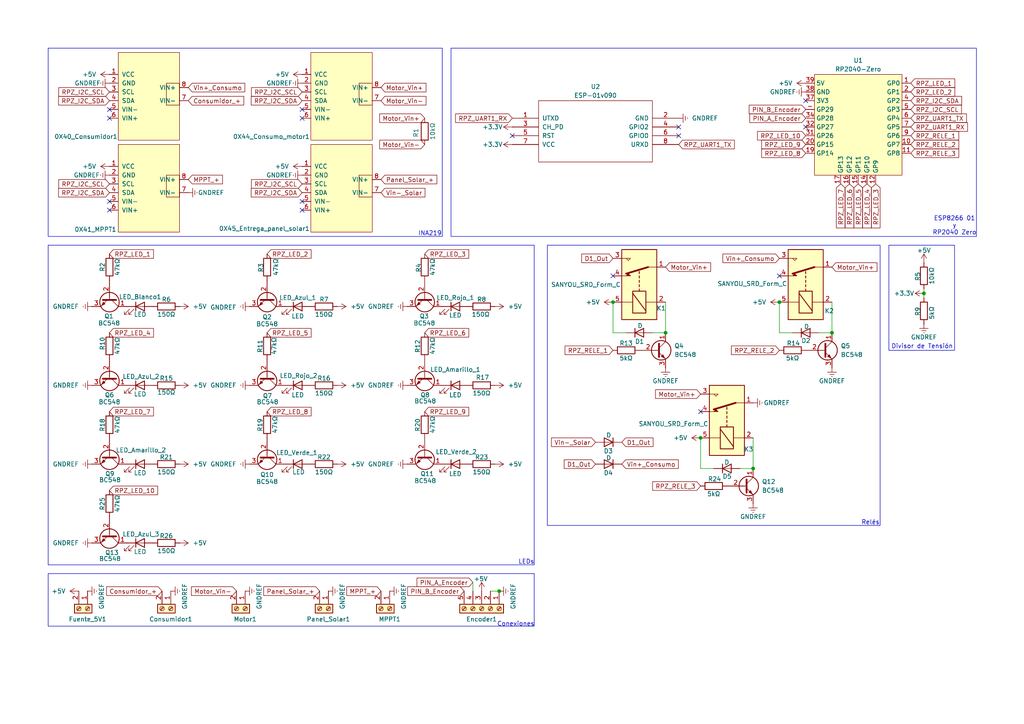
<source format=kicad_sch>
(kicad_sch (version 20231120) (generator "eeschema") (generator_version "8.0")
  (paper "A4")
  (title_block (title "Etapa de Control") (date "28/10/2024") (rev "2") (company "IMPA - Gravicap"))
  (junction (at 241.3 96.52))
  (junction (at 177.8 87.63))
  (junction (at 267.97 85.09))
  (junction (at 193.04 96.52))
  (junction (at 203.2 127))
  (junction (at 226.06 87.63))
  (junction (at 144.78 171.45))
  (junction (at 218.44 135.89))
  (no_connect (at 148.59 39.37))
  (no_connect (at 196.85 39.37))
  (no_connect (at 233.68 36.83))
  (no_connect (at 31.75 58.42))
  (no_connect (at 87.63 60.96))
  (no_connect (at 177.8 80.01))
  (no_connect (at 87.63 58.42))
  (no_connect (at 196.85 36.83))
  (no_connect (at 31.75 34.29))
  (no_connect (at 87.63 34.29))
  (no_connect (at 203.2 119.38))
  (no_connect (at 31.75 31.75))
  (no_connect (at 87.63 31.75))
  (no_connect (at 233.68 29.21))
  (no_connect (at 31.75 60.96))
  (no_connect (at 226.06 80.01))
  (wire (pts (xy 142.24 171.45) (xy 144.78 171.45)))
  (wire (pts (xy 267.97 85.09) (xy 267.97 86.36)))
  (wire (pts (xy 229.87 96.52) (xy 226.06 96.52)))
  (wire (pts (xy 193.04 87.63) (xy 193.04 96.52)))
  (wire (pts (xy 241.3 96.52) (xy 241.3 87.63)))
  (wire (pts (xy 137.16 168.91) (xy 137.16 171.45)))
  (wire (pts (xy 203.2 135.89) (xy 203.2 127)))
  (wire (pts (xy 214.63 135.89) (xy 218.44 135.89)))
  (wire (pts (xy 218.44 135.89) (xy 218.44 127)))
  (wire (pts (xy 181.61 96.52) (xy 177.8 96.52)))
  (wire (pts (xy 177.8 96.52) (xy 177.8 87.63)))
  (wire (pts (xy 226.06 96.52) (xy 226.06 87.63)))
  (wire (pts (xy 267.97 83.82) (xy 267.97 85.09)))
  (wire (pts (xy 207.01 135.89) (xy 203.2 135.89)))
  (wire (pts (xy 189.23 96.52) (xy 193.04 96.52)))
  (wire (pts (xy 237.49 96.52) (xy 241.3 96.52)))
  (rectangle (start 257.81 71.12) (end 276.86 101.6))
  (rectangle (start 158.75 71.12) (end 255.27 152.4))
  (rectangle (start 13.97 13.97) (end 128.27 68.58))
  (rectangle (start 13.97 71.12) (end 154.94 163.83))
  (rectangle (start 13.97 166.37) (end 154.94 181.61))
  (rectangle (start 130.81 13.97) (end 283.21 68.58))
  (text "Relés" (at 252.476 151.638 0) (effects (font (size 1.27 1.27))))
  (text "INA219" (at 124.714 67.818 0) (effects (font (size 1.27 1.27))))
  (text "ESP8266 01\ny\nRP2040 Zero" (at 276.86 65.532 0) (effects (font (size 1.27 1.27))))
  (text "Divisor de Tensión" (at 267.462 100.584 0) (effects (font (size 1.27 1.27))))
  (text "LEDs" (at 152.654 163.068 0) (effects (font (size 1.27 1.27))))
  (text "Conexiones" (at 149.606 181.102 0) (effects (font (size 1.27 1.27))))
  (global_label "RPZ_I2C_SCL" (shape input) (at 31.75 53.34 180) (property "Intersheetrefs" "${INTERSHEET_REFS}" (effects (hide yes))))
  (global_label "RPZ_LED_3" (shape input) (at 254 53.34 270) (property "Intersheetrefs" "${INTERSHEET_REFS}" (effects (hide yes))))
  (global_label "RPZ_LED_3" (shape input) (at 123.19 73.66 0) (property "Intersheetrefs" "${INTERSHEET_REFS}" (effects (hide yes))))
  (global_label "RPZ_RELE_1" (shape input) (at 177.8 101.6 180) (property "Intersheetrefs" "${INTERSHEET_REFS}" (effects (hide yes))))
  (global_label "RPZ_I2C_SDA" (shape input) (at 31.75 29.21 180) (property "Intersheetrefs" "${INTERSHEET_REFS}" (effects (hide yes))))
  (global_label "PIN_B_Encoder" (shape input) (at 233.68 31.75 180) (property "Intersheetrefs" "${INTERSHEET_REFS}" (effects (hide yes))))
  (global_label "RPZ_RELE_2" (shape input) (at 226.06 101.6 180) (property "Intersheetrefs" "${INTERSHEET_REFS}" (effects (hide yes))))
  (global_label "Vin+_Consumo" (shape input) (at 180.34 134.62 0) (property "Intersheetrefs" "${INTERSHEET_REFS}" (effects (hide yes))))
  (global_label "RPZ_LED_9" (shape input) (at 123.19 119.38 0) (property "Intersheetrefs" "${INTERSHEET_REFS}" (effects (hide yes))))
  (global_label "RPZ_I2C_SCL" (shape input) (at 87.63 53.34 180) (property "Intersheetrefs" "${INTERSHEET_REFS}" (effects (hide yes))))
  (global_label "Motor_Vin+" (shape input) (at 203.2 114.3 180) (property "Intersheetrefs" "${INTERSHEET_REFS}" (effects (hide yes))))
  (global_label "Vin+_Consumo" (shape input) (at 54.61 25.4 0) (property "Intersheetrefs" "${INTERSHEET_REFS}" (effects (hide yes))))
  (global_label "Motor_Vin+" (shape input) (at 123.19 34.29 180) (property "Intersheetrefs" "${INTERSHEET_REFS}" (effects (hide yes))))
  (global_label "RPZ_LED_6" (shape input) (at 246.38 53.34 270) (property "Intersheetrefs" "${INTERSHEET_REFS}" (effects (hide yes))))
  (global_label "RPZ_I2C_SDA" (shape input) (at 87.63 55.88 180) (property "Intersheetrefs" "${INTERSHEET_REFS}" (effects (hide yes))))
  (global_label "RPZ_LED_5" (shape input) (at 77.47 96.52 0) (property "Intersheetrefs" "${INTERSHEET_REFS}" (effects (hide yes))))
  (global_label "RPZ_LED_4" (shape input) (at 31.75 96.52 0) (property "Intersheetrefs" "${INTERSHEET_REFS}" (effects (hide yes))))
  (global_label "RPZ_RELE_3" (shape input) (at 203.2 140.97 180) (property "Intersheetrefs" "${INTERSHEET_REFS}" (effects (hide yes))))
  (global_label "Motor_Vin-" (shape input) (at 110.49 29.21 0) (property "Intersheetrefs" "${INTERSHEET_REFS}" (effects (hide yes))))
  (global_label "RPZ_LED_10" (shape input) (at 31.75 142.24 0) (property "Intersheetrefs" "${INTERSHEET_REFS}" (effects (hide yes))))
  (global_label "RPZ_I2C_SCL" (shape input) (at 264.16 31.75 0) (property "Intersheetrefs" "${INTERSHEET_REFS}" (effects (hide yes))))
  (global_label "RPZ_LED_6" (shape input) (at 123.19 96.52 0) (property "Intersheetrefs" "${INTERSHEET_REFS}" (effects (hide yes))))
  (global_label "Consumidor_+" (shape input) (at 54.61 29.21 0) (property "Intersheetrefs" "${INTERSHEET_REFS}" (effects (hide yes))))
  (global_label "MPPT_+" (shape input) (at 110.49 171.45 180) (property "Intersheetrefs" "${INTERSHEET_REFS}" (effects (hide yes))))
  (global_label "Panel_Solar_+" (shape input) (at 110.49 52.07 0) (property "Intersheetrefs" "${INTERSHEET_REFS}" (effects (hide yes))))
  (global_label "PIN_B_Encoder" (shape input) (at 134.62 171.45 180) (property "Intersheetrefs" "${INTERSHEET_REFS}" (effects (hide yes))))
  (global_label "PIN_A_Encoder" (shape input) (at 233.68 34.29 180) (property "Intersheetrefs" "${INTERSHEET_REFS}" (effects (hide yes))))
  (global_label "RPZ_I2C_SCL" (shape input) (at 87.63 26.67 180) (property "Intersheetrefs" "${INTERSHEET_REFS}" (effects (hide yes))))
  (global_label "Panel_Solar_+" (shape input) (at 92.71 171.45 180) (property "Intersheetrefs" "${INTERSHEET_REFS}" (effects (hide yes))))
  (global_label "RPZ_RELE_3" (shape input) (at 264.16 44.45 0) (property "Intersheetrefs" "${INTERSHEET_REFS}" (effects (hide yes))))
  (global_label "RPZ_LED_10" (shape input) (at 233.68 39.37 180) (property "Intersheetrefs" "${INTERSHEET_REFS}" (effects (hide yes))))
  (global_label "Motor_Vin-" (shape input) (at 123.19 41.91 180) (property "Intersheetrefs" "${INTERSHEET_REFS}" (effects (hide yes))))
  (global_label "RPZ_UART1_RX" (shape input) (at 264.16 36.83 0) (property "Intersheetrefs" "${INTERSHEET_REFS}" (effects (hide yes))))
  (global_label "RPZ_UART1_TX" (shape input) (at 264.16 34.29 0) (property "Intersheetrefs" "${INTERSHEET_REFS}" (effects (hide yes))))
  (global_label "RPZ_LED_4" (shape input) (at 251.46 53.34 270) (property "Intersheetrefs" "${INTERSHEET_REFS}" (effects (hide yes))))
  (global_label "RPZ_I2C_SDA" (shape input) (at 87.63 29.21 180) (property "Intersheetrefs" "${INTERSHEET_REFS}" (effects (hide yes))))
  (global_label "Motor_Vin-" (shape input) (at 68.58 171.45 180) (property "Intersheetrefs" "${INTERSHEET_REFS}" (effects (hide yes))))
  (global_label "RPZ_LED_5" (shape input) (at 248.92 53.34 270) (property "Intersheetrefs" "${INTERSHEET_REFS}" (effects (hide yes))))
  (global_label "RPZ_LED_7" (shape input) (at 243.84 53.34 270) (property "Intersheetrefs" "${INTERSHEET_REFS}" (effects (hide yes))))
  (global_label "Motor_Vin+" (shape input) (at 241.3 77.47 0) (property "Intersheetrefs" "${INTERSHEET_REFS}" (effects (hide yes))))
  (global_label "Motor_Vin+" (shape input) (at 193.04 77.47 0) (property "Intersheetrefs" "${INTERSHEET_REFS}" (effects (hide yes))))
  (global_label "RPZ_LED_2" (shape input) (at 77.47 73.66 0) (property "Intersheetrefs" "${INTERSHEET_REFS}" (effects (hide yes))))
  (global_label "RPZ_UART1_TX" (shape input) (at 196.85 41.91 0) (property "Intersheetrefs" "${INTERSHEET_REFS}" (effects (hide yes))))
  (global_label "RPZ_I2C_SDA" (shape input) (at 264.16 29.21 0) (property "Intersheetrefs" "${INTERSHEET_REFS}" (effects (hide yes))))
  (global_label "D1_Out" (shape input) (at 172.72 134.62 180) (property "Intersheetrefs" "${INTERSHEET_REFS}" (effects (hide yes))))
  (global_label "MPPT_+" (shape input) (at 54.61 52.07 0) (property "Intersheetrefs" "${INTERSHEET_REFS}" (effects (hide yes))))
  (global_label "RPZ_LED_8" (shape input) (at 233.68 44.45 180) (property "Intersheetrefs" "${INTERSHEET_REFS}" (effects (hide yes))))
  (global_label "Consumidor_+" (shape input) (at 46.99 171.45 180) (property "Intersheetrefs" "${INTERSHEET_REFS}" (effects (hide yes))))
  (global_label "RPZ_UART1_RX" (shape input) (at 148.59 34.29 180) (property "Intersheetrefs" "${INTERSHEET_REFS}" (effects (hide yes))))
  (global_label "RPZ_LED_8" (shape input) (at 77.47 119.38 0) (property "Intersheetrefs" "${INTERSHEET_REFS}" (effects (hide yes))))
  (global_label "PIN_A_Encoder" (shape input) (at 137.16 168.91 180) (property "Intersheetrefs" "${INTERSHEET_REFS}" (effects (hide yes))))
  (global_label "RPZ_LED_7" (shape input) (at 31.75 119.38 0) (property "Intersheetrefs" "${INTERSHEET_REFS}" (effects (hide yes))))
  (global_label "RPZ_RELE_2" (shape input) (at 264.16 41.91 0) (property "Intersheetrefs" "${INTERSHEET_REFS}" (effects (hide yes))))
  (global_label "Vin-_Solar" (shape input) (at 110.49 55.88 0) (property "Intersheetrefs" "${INTERSHEET_REFS}" (effects (hide yes))))
  (global_label "RPZ_RELE_1" (shape input) (at 264.16 39.37 0) (property "Intersheetrefs" "${INTERSHEET_REFS}" (effects (hide yes))))
  (global_label "RPZ_LED_1" (shape input) (at 31.75 73.66 0) (property "Intersheetrefs" "${INTERSHEET_REFS}" (effects (hide yes))))
  (global_label "RPZ_LED_1" (shape input) (at 264.16 24.13 0) (property "Intersheetrefs" "${INTERSHEET_REFS}" (effects (hide yes))))
  (global_label "Vin-_Solar" (shape input) (at 172.72 128.27 180) (property "Intersheetrefs" "${INTERSHEET_REFS}" (effects (hide yes))))
  (global_label "Motor_Vin+" (shape input) (at 110.49 25.4 0) (property "Intersheetrefs" "${INTERSHEET_REFS}" (effects (hide yes))))
  (global_label "D1_Out" (shape input) (at 177.8 74.93 180) (property "Intersheetrefs" "${INTERSHEET_REFS}" (effects (hide yes))))
  (global_label "D1_Out" (shape input) (at 180.34 128.27 0) (property "Intersheetrefs" "${INTERSHEET_REFS}" (effects (hide yes))))
  (global_label "Vin+_Consumo" (shape input) (at 226.06 74.93 180) (property "Intersheetrefs" "${INTERSHEET_REFS}" (effects (hide yes))))
  (global_label "RPZ_I2C_SCL" (shape input) (at 31.75 26.67 180) (property "Intersheetrefs" "${INTERSHEET_REFS}" (effects (hide yes))))
  (global_label "RPZ_LED_9" (shape input) (at 233.68 41.91 180) (property "Intersheetrefs" "${INTERSHEET_REFS}" (effects (hide yes))))
  (global_label "RPZ_I2C_SDA" (shape input) (at 31.75 55.88 180) (property "Intersheetrefs" "${INTERSHEET_REFS}" (effects (hide yes))))
  (global_label "RPZ_LED_2" (shape input) (at 264.16 26.67 0) (property "Intersheetrefs" "${INTERSHEET_REFS}" (effects (hide yes))))
  (symbol (lib_id "Device:R") (at 139.7 111.76 270) (unit 1)
    (property "Reference" "R17" (at 139.954 109.474 90))
    (property "Value" "150Ω" (at 139.7 114.046 90))
    (property "Footprint" "Resistor_THT:R_Axial_DIN0204_L3.6mm_D1.6mm_P7.62mm_Horizontal" (effects (hide yes)))
    (property "Description" "Resistor" (effects (hide yes)))
  )
  (symbol (lib_id "Device:R") (at 93.98 134.62 270) (unit 1)
    (property "Reference" "R22" (at 93.98 132.588 90))
    (property "Value" "150Ω" (at 93.98 136.906 90))
    (property "Footprint" "Resistor_THT:R_Axial_DIN0204_L3.6mm_D1.6mm_P7.62mm_Horizontal" (effects (hide yes)))
    (property "Description" "Resistor" (effects (hide yes)))
  )
  (symbol (lib_id "Device:R") (at 31.75 146.05 180) (unit 1)
    (property "Reference" "R25" (at 29.718 148.082 90) (effects (justify right)))
    (property "Value" "47kΩ" (at 34.036 148.59 90) (effects (justify right)))
    (property "Footprint" "Resistor_THT:R_Axial_DIN0204_L3.6mm_D1.6mm_P7.62mm_Horizontal" (effects (hide yes)))
    (property "Description" "Resistor" (effects (hide yes)))
  )
  (symbol (lib_id "Device:R") (at 267.97 90.17 180) (unit 1)
    (property "Reference" "R9" (at 266.192 91.694 90) (effects (justify right)))
    (property "Value" "5kΩ" (at 270.256 92.71 90) (effects (justify right)))
    (property "Footprint" "Resistor_THT:R_Axial_DIN0204_L3.6mm_D1.6mm_P7.62mm_Horizontal" (effects (hide yes)))
    (property "Description" "Resistor" (effects (hide yes)))
  )
  (symbol (lib_id "Transistor_BJT:BC548") (at 190.5 101.6 0) (unit 1)
    (property "Reference" "Q4" (at 195.58 100.3299 0) (effects (justify left)))
    (property "Value" "BC548" (at 195.58 102.8699 0) (effects (justify left)))
    (property "Footprint" "Package_TO_SOT_THT:TO-92_Inline" (effects (hide yes)))
    (property "Datasheet" "https://www.onsemi.com/pub/Collateral/BC550-D.pdf" (effects (hide yes)))
    (property "Description" "0.1A Ic, 30V Vce, Small Signal NPN Transistor, TO-92" (effects (hide yes)))
  )
  (symbol (lib_id "power:+5V") (at 203.2 127 90) (unit 1)
    (property "Reference" "#PWR035" (effects (hide yes)))
    (property "Value" "+5V" (at 199.39 126.9999 90) (effects (justify left)))
    (property "Description" "Power symbol creates a global label with name \"+5V\"" (effects (hide yes)))
  )
  (symbol (lib_id "power:+5V") (at 143.51 111.76 270) (unit 1)
    (property "Reference" "#PWR033" (effects (hide yes)))
    (property "Value" "+5V" (at 147.32 111.7599 90) (effects (justify left)))
    (property "Description" "Power symbol creates a global label with name \"+5V\"" (effects (hide yes)))
  )
  (symbol (lib_id "power:GNDREF") (at 233.68 26.67 270) (unit 1)
    (property "Reference" "#PWR06" (effects (hide yes)))
    (property "Value" "GNDREF" (at 227.076 26.67 90))
    (property "Description" "Power symbol creates a global label with name \"GNDREF\" , reference supply ground" (effects (hide yes)))
  )
  (symbol (lib_id "power:GNDREF") (at 118.11 111.76 270) (unit 1)
    (property "Reference" "#PWR032" (effects (hide yes)))
    (property "Value" "GNDREF" (at 114.3 111.7599 90) (effects (justify right)))
    (property "Description" "Power symbol creates a global label with name \"GNDREF\" , reference supply ground" (effects (hide yes)))
  )
  (symbol (lib_id "Connector:Screw_Terminal_01x05") (at 139.7 176.53 270) (unit 1)
    (property "Reference" "Encoder1" (at 139.7 179.59 90))
    (property "Value" "Screw_Terminal_01x05" (effects (hide yes)))
    (property "Footprint" "TerminalBlock:TerminalBlock_bornier-5_P5.08mm" (effects (hide yes)))
    (property "Description" "Generic screw terminal, single row, 01x05, script generated (kicad-library-utils/schlib/autogen/connector/)" (effects (hide yes)))
  )
  (symbol (lib_id "power:GNDREF") (at 144.78 171.45 90) (unit 1)
    (property "Reference" "#PWR052" (effects (hide yes)))
    (property "Value" "GNDREF" (at 148.844 172.974 0))
    (property "Description" "Power symbol creates a global label with name \"GNDREF\" , reference supply ground" (effects (hide yes)))
  )
  (symbol (lib_name "module_ina219_2") (lib_id "usini_sensors:module_ina219") (at 87.63 26.67 0) (unit 1)
    (property "Reference" "0X44_Consumo_motor1" (at 67.564 39.624 0) (effects (justify left)))
    (property "Value" "module_ina219" (effects (hide yes)))
    (property "Footprint" "RP2040-Zero:module_ina219" (effects (hide yes)))
  )
  (symbol (lib_id "Device:R") (at 77.47 123.19 180) (unit 1)
    (property "Reference" "R19" (at 75.438 125.222 90) (effects (justify right)))
    (property "Value" "47kΩ" (at 79.756 125.73 90) (effects (justify right)))
    (property "Footprint" "Resistor_THT:R_Axial_DIN0204_L3.6mm_D1.6mm_P7.62mm_Horizontal" (effects (hide yes)))
    (property "Description" "Resistor" (effects (hide yes)))
  )
  (symbol (lib_id "Device:R") (at 48.26 157.48 270) (unit 1)
    (property "Reference" "R26" (at 48.26 155.448 90))
    (property "Value" "150Ω" (at 48.26 159.766 90))
    (property "Footprint" "Resistor_THT:R_Axial_DIN0204_L3.6mm_D1.6mm_P7.62mm_Horizontal" (effects (hide yes)))
    (property "Description" "Resistor" (effects (hide yes)))
  )
  (symbol (lib_id "power:GNDREF") (at 54.61 55.88 90) (unit 1)
    (property "Reference" "#PWR014" (effects (hide yes)))
    (property "Value" "GNDREF" (at 61.214 55.88 90))
    (property "Description" "Power symbol creates a global label with name \"GNDREF\" , reference supply ground" (effects (hide yes)))
  )
  (symbol (lib_id "power:+3.3V") (at 148.59 41.91 90) (unit 1)
    (property "Reference" "#PWR09" (effects (hide yes)))
    (property "Value" "+3.3V" (at 145.796 41.91 90) (effects (justify left)))
    (property "Description" "Power symbol creates a global label with name \"+3.3V\"" (effects (hide yes)))
  )
  (symbol (lib_id "power:GNDREF") (at 118.11 134.62 270) (unit 1)
    (property "Reference" "#PWR040" (effects (hide yes)))
    (property "Value" "GNDREF" (at 114.3 134.6199 90) (effects (justify right)))
    (property "Description" "Power symbol creates a global label with name \"GNDREF\" , reference supply ground" (effects (hide yes)))
  )
  (symbol (lib_id "Device:D") (at 176.53 134.62 180) (unit 1)
    (property "Reference" "D4" (at 177.8001 137.16 0) (effects (justify left)))
    (property "Value" "D" (at 177.292 132.842 0) (effects (justify left)))
    (property "Footprint" "Diode_THT:D_5W_P10.16mm_Horizontal" (effects (hide yes)))
    (property "Description" "Diode" (effects (hide yes)))
    (property "Sim.Device" "D" (effects (hide yes)))
    (property "Sim.Pins" "1=K 2=A" (effects (hide yes)))
  )
  (symbol (lib_id "ESP8266:ESP-01v090") (at 172.72 38.1 0) (unit 1)
    (property "Reference" "U2" (at 172.72 25.146 0))
    (property "Value" "ESP-01v090" (at 172.72 27.686 0))
    (property "Footprint" "RP2040-Zero:ESP-01" (effects (hide yes)))
    (property "Datasheet" "http://l0l.org.uk/2014/12/esp8266-modules-hardware-guide-gotta-catch-em-all/" (effects (hide yes)))
    (property "Description" "ESP8266 ESP-01 module, v090" (effects (hide yes)))
  )
  (symbol (lib_id "Relay:SANYOU_SRD_Form_C") (at 185.42 82.55 90) (unit 1)
    (property "Reference" "K1" (at 191.77 89.408 90))
    (property "Value" "SANYOU_SRD_Form_C" (at 169.926 82.55 90))
    (property "Footprint" "Relay_THT:Relay_SPDT_SANYOU_SRD_Series_Form_C" (effects (hide yes)))
    (property "Datasheet" "http://www.sanyourelay.ca/public/products/pdf/SRD.pdf" (effects (hide yes)))
    (property "Description" "Sanyo SRD relay, Single Pole Miniature Power Relay," (effects (hide yes)))
  )
  (symbol (lib_id "Device:R") (at 123.19 38.1 0) (unit 1)
    (property "Reference" "R1" (at 120.65 39.878 90) (effects (justify left)))
    (property "Value" "10kΩ" (at 125.476 40.64 90) (effects (justify left)))
    (property "Footprint" "Resistor_THT:R_Axial_DIN0204_L3.6mm_D1.6mm_P7.62mm_Horizontal" (effects (hide yes)))
    (property "Description" "Resistor" (effects (hide yes)))
  )
  (symbol (lib_id "Device:LED") (at 132.08 88.9 0) (unit 1)
    (property "Reference" "LED_Rojo_1" (at 132.08 86.36 0))
    (property "Value" "LED" (at 132.08 91.44 0))
    (property "Footprint" "LED_THT:LED_D3.0mm" (effects (hide yes)))
    (property "Description" "Light emitting diode" (effects (hide yes)))
  )
  (symbol (lib_id "Device:R") (at 123.19 77.47 180) (unit 1)
    (property "Reference" "R4" (at 121.412 78.994 90) (effects (justify right)))
    (property "Value" "47kΩ" (at 125.476 80.01 90) (effects (justify right)))
    (property "Footprint" "Resistor_THT:R_Axial_DIN0204_L3.6mm_D1.6mm_P7.62mm_Horizontal" (effects (hide yes)))
    (property "Description" "Resistor" (effects (hide yes)))
  )
  (symbol (lib_id "power:GNDREF") (at 49.53 171.45 90) (unit 1)
    (property "Reference" "#PWR047" (effects (hide yes)))
    (property "Value" "GNDREF" (at 53.594 172.974 0))
    (property "Description" "Power symbol creates a global label with name \"GNDREF\" , reference supply ground" (effects (hide yes)))
  )
  (symbol (lib_id "power:+5V") (at 31.75 48.26 90) (unit 1)
    (property "Reference" "#PWR010" (effects (hide yes)))
    (property "Value" "+5V" (at 27.94 48.2599 90) (effects (justify left)))
    (property "Description" "Power symbol creates a global label with name \"+5V\"" (effects (hide yes)))
  )
  (symbol (lib_id "Connector:Screw_Terminal_01x02") (at 95.25 176.53 270) (unit 1)
    (property "Reference" "Panel_Solar1" (at 95.25 179.59 90))
    (property "Value" "Screw_Terminal_01x02" (effects (hide yes)))
    (property "Footprint" "TerminalBlock:TerminalBlock_bornier-2_P5.08mm" (effects (hide yes)))
    (property "Description" "Generic screw terminal, single row, 01x02, script generated (kicad-library-utils/schlib/autogen/connector/)" (effects (hide yes)))
  )
  (symbol (lib_id "Transistor_BJT:BC548") (at 77.47 109.22 270) (unit 1)
    (property "Reference" "Q7" (at 76.2 114.808 90) (effects (justify left)))
    (property "Value" "BC548" (at 74.422 116.586 90) (effects (justify left)))
    (property "Footprint" "Package_TO_SOT_THT:TO-92_Inline" (effects (hide yes)))
    (property "Datasheet" "https://www.onsemi.com/pub/Collateral/BC550-D.pdf" (effects (hide yes)))
    (property "Description" "0.1A Ic, 30V Vce, Small Signal NPN Transistor, TO-92" (effects (hide yes)))
  )
  (symbol (lib_id "power:GNDREF") (at 218.44 146.05 0) (unit 1)
    (property "Reference" "#PWR042" (effects (hide yes)))
    (property "Value" "GNDREF" (at 218.44 149.86 0))
    (property "Description" "Power symbol creates a global label with name \"GNDREF\" , reference supply ground" (effects (hide yes)))
  )
  (symbol (lib_id "power:+5V") (at 139.7 171.45 0) (unit 1)
    (property "Reference" "#PWR051" (effects (hide yes)))
    (property "Value" "+5V" (at 139.446 167.894 0))
    (property "Description" "Power symbol creates a global label with name \"+5V\"" (effects (hide yes)))
  )
  (symbol (lib_name "module_ina219_3") (lib_id "usini_sensors:module_ina219") (at 31.75 26.67 0) (unit 1)
    (property "Reference" "0X40_Consumidor1" (at 15.748 39.624 0) (effects (justify left)))
    (property "Value" "module_ina219" (effects (hide yes)))
    (property "Footprint" "RP2040-Zero:module_ina219" (effects (hide yes)))
  )
  (symbol (lib_id "Device:D") (at 210.82 135.89 0) (unit 1)
    (property "Reference" "D5" (at 209.55 138.176 0) (effects (justify left)))
    (property "Value" "D" (at 210.058 134.112 0) (effects (justify left)))
    (property "Footprint" "Diode_THT:D_5W_P10.16mm_Horizontal" (effects (hide yes)))
    (property "Description" "Diode" (effects (hide yes)))
    (property "Sim.Device" "D" (effects (hide yes)))
    (property "Sim.Pins" "1=K 2=A" (effects (hide yes)))
  )
  (symbol (lib_id "Device:LED") (at 132.08 134.62 0) (unit 1)
    (property "Reference" "LED_Verde_2" (at 132.334 131.064 0))
    (property "Value" "LED" (at 132.08 137.414 0))
    (property "Footprint" "LED_THT:LED_D3.0mm" (effects (hide yes)))
    (property "Description" "Light emitting diode" (effects (hide yes)))
  )
  (symbol (lib_id "power:+5V") (at 52.07 157.48 270) (unit 1)
    (property "Reference" "#PWR044" (effects (hide yes)))
    (property "Value" "+5V" (at 55.88 157.4799 90) (effects (justify left)))
    (property "Description" "Power symbol creates a global label with name \"+5V\"" (effects (hide yes)))
  )
  (symbol (lib_id "Device:R") (at 267.97 80.01 180) (unit 1)
    (property "Reference" "R5" (at 266.192 81.534 90) (effects (justify right)))
    (property "Value" "10kΩ" (at 270.256 82.55 90) (effects (justify right)))
    (property "Footprint" "Resistor_THT:R_Axial_DIN0204_L3.6mm_D1.6mm_P7.62mm_Horizontal" (effects (hide yes)))
    (property "Description" "Resistor" (effects (hide yes)))
  )
  (symbol (lib_id "power:+5V") (at 226.06 87.63 90) (unit 1)
    (property "Reference" "#PWR018" (effects (hide yes)))
    (property "Value" "+5V" (at 222.25 87.6299 90) (effects (justify left)))
    (property "Description" "Power symbol creates a global label with name \"+5V\"" (effects (hide yes)))
  )
  (symbol (lib_id "Connector:Screw_Terminal_01x02") (at 71.12 176.53 270) (unit 1)
    (property "Reference" "Motor1" (at 71.12 179.59 90))
    (property "Value" "Screw_Terminal_01x02" (effects (hide yes)))
    (property "Footprint" "TerminalBlock:TerminalBlock_bornier-2_P5.08mm" (effects (hide yes)))
    (property "Description" "Generic screw terminal, single row, 01x02, script generated (kicad-library-utils/schlib/autogen/connector/)" (effects (hide yes)))
  )
  (symbol (lib_id "Device:R") (at 181.61 101.6 270) (unit 1)
    (property "Reference" "R13" (at 181.61 99.568 90))
    (property "Value" "5kΩ" (at 181.61 103.886 90))
    (property "Footprint" "Resistor_THT:R_Axial_DIN0204_L3.6mm_D1.6mm_P7.62mm_Horizontal" (effects (hide yes)))
    (property "Description" "Resistor" (effects (hide yes)))
  )
  (symbol (lib_id "Transistor_BJT:BC548") (at 123.19 132.08 270) (unit 1)
    (property "Reference" "Q11" (at 121.92 137.414 90) (effects (justify left)))
    (property "Value" "BC548" (at 120.142 139.446 90) (effects (justify left)))
    (property "Footprint" "Package_TO_SOT_THT:TO-92_Inline" (effects (hide yes)))
    (property "Datasheet" "https://www.onsemi.com/pub/Collateral/BC550-D.pdf" (effects (hide yes)))
    (property "Description" "0.1A Ic, 30V Vce, Small Signal NPN Transistor, TO-92" (effects (hide yes)))
  )
  (symbol (lib_id "Transistor_BJT:BC548") (at 123.19 86.36 270) (unit 1)
    (property "Reference" "Q3" (at 121.666 91.694 90) (effects (justify left)))
    (property "Value" "BC548" (at 119.888 93.726 90) (effects (justify left)))
    (property "Footprint" "Package_TO_SOT_THT:TO-92_Inline" (effects (hide yes)))
    (property "Datasheet" "https://www.onsemi.com/pub/Collateral/BC550-D.pdf" (effects (hide yes)))
    (property "Description" "0.1A Ic, 30V Vce, Small Signal NPN Transistor, TO-92" (effects (hide yes)))
  )
  (symbol (lib_id "power:GNDREF") (at 25.4 171.45 90) (unit 1)
    (property "Reference" "#PWR046" (effects (hide yes)))
    (property "Value" "GNDREF" (at 29.464 172.974 0))
    (property "Description" "Power symbol creates a global label with name \"GNDREF\" , reference supply ground" (effects (hide yes)))
  )
  (symbol (lib_id "Transistor_BJT:BC548") (at 31.75 132.08 270) (unit 1)
    (property "Reference" "Q9" (at 30.48 137.414 90) (effects (justify left)))
    (property "Value" "BC548" (at 28.702 139.192 90) (effects (justify left)))
    (property "Footprint" "Package_TO_SOT_THT:TO-92_Inline" (effects (hide yes)))
    (property "Datasheet" "https://www.onsemi.com/pub/Collateral/BC550-D.pdf" (effects (hide yes)))
    (property "Description" "0.1A Ic, 30V Vce, Small Signal NPN Transistor, TO-92" (effects (hide yes)))
  )
  (symbol (lib_id "power:+5V") (at 31.75 21.59 90) (unit 1)
    (property "Reference" "#PWR01" (effects (hide yes)))
    (property "Value" "+5V" (at 27.94 21.5899 90) (effects (justify left)))
    (property "Description" "Power symbol creates a global label with name \"+5V\"" (effects (hide yes)))
  )
  (symbol (lib_id "Transistor_BJT:BC548") (at 31.75 86.36 270) (unit 1)
    (property "Reference" "Q1" (at 30.226 91.694 90) (effects (justify left)))
    (property "Value" "BC548" (at 28.448 93.726 90) (effects (justify left)))
    (property "Footprint" "Package_TO_SOT_THT:TO-92_Inline" (effects (hide yes)))
    (property "Datasheet" "https://www.onsemi.com/pub/Collateral/BC550-D.pdf" (effects (hide yes)))
    (property "Description" "0.1A Ic, 30V Vce, Small Signal NPN Transistor, TO-92" (effects (hide yes)))
  )
  (symbol (lib_name "module_ina219_1") (lib_id "usini_sensors:module_ina219") (at 87.63 53.34 0) (unit 1)
    (property "Reference" "0X45_Entrega_panel_solar1" (at 63.5 66.294 0) (effects (justify left)))
    (property "Value" "module_ina219" (effects (hide yes)))
    (property "Footprint" "RP2040-Zero:module_ina219" (effects (hide yes)))
  )
  (symbol (lib_id "power:GNDREF") (at 95.25 171.45 90) (unit 1)
    (property "Reference" "#PWR049" (effects (hide yes)))
    (property "Value" "GNDREF" (at 99.314 172.974 0))
    (property "Description" "Power symbol creates a global label with name \"GNDREF\" , reference supply ground" (effects (hide yes)))
  )
  (symbol (lib_id "power:GNDREF") (at 72.39 111.76 270) (unit 1)
    (property "Reference" "#PWR030" (effects (hide yes)))
    (property "Value" "GNDREF" (at 68.58 111.7599 90) (effects (justify right)))
    (property "Description" "Power symbol creates a global label with name \"GNDREF\" , reference supply ground" (effects (hide yes)))
  )
  (symbol (lib_id "power:+5V") (at 267.97 76.2 0) (unit 1)
    (property "Reference" "#PWR015" (effects (hide yes)))
    (property "Value" "+5V" (at 267.97 72.644 0))
    (property "Description" "Power symbol creates a global label with name \"+5V\"" (effects (hide yes)))
  )
  (symbol (lib_id "power:+5V") (at 52.07 134.62 270) (unit 1)
    (property "Reference" "#PWR037" (effects (hide yes)))
    (property "Value" "+5V" (at 55.88 134.6199 90) (effects (justify left)))
    (property "Description" "Power symbol creates a global label with name \"+5V\"" (effects (hide yes)))
  )
  (symbol (lib_id "power:+5V") (at 87.63 21.59 90) (unit 1)
    (property "Reference" "#PWR02" (effects (hide yes)))
    (property "Value" "+5V" (at 83.82 21.5899 90) (effects (justify left)))
    (property "Description" "Power symbol creates a global label with name \"+5V\"" (effects (hide yes)))
  )
  (symbol (lib_id "power:GNDREF") (at 193.04 106.68 0) (unit 1)
    (property "Reference" "#PWR026" (effects (hide yes)))
    (property "Value" "GNDREF" (at 193.04 110.49 0))
    (property "Description" "Power symbol creates a global label with name \"GNDREF\" , reference supply ground" (effects (hide yes)))
  )
  (symbol (lib_id "power:GNDREF") (at 196.85 34.29 90) (unit 1)
    (property "Reference" "#PWR07" (effects (hide yes)))
    (property "Value" "GNDREF" (at 200.66 34.2899 90) (effects (justify right)))
    (property "Description" "Power symbol creates a global label with name \"GNDREF\" , reference supply ground" (effects (hide yes)))
  )
  (symbol (lib_id "Connector:Screw_Terminal_01x02") (at 113.03 176.53 270) (unit 1)
    (property "Reference" "MPPT1" (at 113.03 179.59 90))
    (property "Value" "Screw_Terminal_01x02" (effects (hide yes)))
    (property "Footprint" "TerminalBlock:TerminalBlock_bornier-2_P5.08mm" (effects (hide yes)))
    (property "Description" "Generic screw terminal, single row, 01x02, script generated (kicad-library-utils/schlib/autogen/connector/)" (effects (hide yes)))
  )
  (symbol (lib_id "power:GNDREF") (at 87.63 24.13 270) (unit 1)
    (property "Reference" "#PWR04" (effects (hide yes)))
    (property "Value" "GNDREF" (at 81.026 24.13 90))
    (property "Description" "Power symbol creates a global label with name \"GNDREF\" , reference supply ground" (effects (hide yes)))
  )
  (symbol (lib_id "power:GNDREF") (at 26.67 134.62 270) (unit 1)
    (property "Reference" "#PWR036" (effects (hide yes)))
    (property "Value" "GNDREF" (at 22.86 134.6199 90) (effects (justify right)))
    (property "Description" "Power symbol creates a global label with name \"GNDREF\" , reference supply ground" (effects (hide yes)))
  )
  (symbol (lib_id "Device:R") (at 123.19 123.19 180) (unit 1)
    (property "Reference" "R20" (at 121.158 125.222 90) (effects (justify right)))
    (property "Value" "47kΩ" (at 125.476 125.73 90) (effects (justify right)))
    (property "Footprint" "Resistor_THT:R_Axial_DIN0204_L3.6mm_D1.6mm_P7.62mm_Horizontal" (effects (hide yes)))
    (property "Description" "Resistor" (effects (hide yes)))
  )
  (symbol (lib_id "RP2040-Zero:RP2040-Zero") (at 248.92 29.21 0) (unit 1)
    (property "Reference" "U1" (at 248.92 17.526 0))
    (property "Value" "RP2040-Zero" (at 248.92 20.066 0))
    (property "Footprint" "GraviCap:RP2040 Zero" (effects (hide yes)))
  )
  (symbol (lib_id "power:GNDREF") (at 87.63 50.8 270) (unit 1)
    (property "Reference" "#PWR013" (effects (hide yes)))
    (property "Value" "GNDREF" (at 81.026 50.8 90))
    (property "Description" "Power symbol creates a global label with name \"GNDREF\" , reference supply ground" (effects (hide yes)))
  )
  (symbol (lib_id "Device:R") (at 93.98 88.9 270) (unit 1)
    (property "Reference" "R7" (at 93.98 86.868 90))
    (property "Value" "150Ω" (at 93.98 91.186 90))
    (property "Footprint" "Resistor_THT:R_Axial_DIN0204_L3.6mm_D1.6mm_P7.62mm_Horizontal" (effects (hide yes)))
    (property "Description" "Resistor" (effects (hide yes)))
  )
  (symbol (lib_id "power:+5V") (at 87.63 48.26 90) (unit 1)
    (property "Reference" "#PWR011" (effects (hide yes)))
    (property "Value" "+5V" (at 83.82 48.2599 90) (effects (justify left)))
    (property "Description" "Power symbol creates a global label with name \"+5V\"" (effects (hide yes)))
  )
  (symbol (lib_id "Device:R") (at 139.7 134.62 270) (unit 1)
    (property "Reference" "R23" (at 139.7 132.588 90))
    (property "Value" "150Ω" (at 139.7 136.906 90))
    (property "Footprint" "Resistor_THT:R_Axial_DIN0204_L3.6mm_D1.6mm_P7.62mm_Horizontal" (effects (hide yes)))
    (property "Description" "Resistor" (effects (hide yes)))
  )
  (symbol (lib_id "Transistor_BJT:BC548") (at 77.47 132.08 270) (unit 1)
    (property "Reference" "Q10" (at 77.47 137.668 90))
    (property "Value" "BC548" (at 77.47 139.7 90))
    (property "Footprint" "Package_TO_SOT_THT:TO-92_Inline" (effects (hide yes)))
    (property "Datasheet" "https://www.onsemi.com/pub/Collateral/BC550-D.pdf" (effects (hide yes)))
    (property "Description" "0.1A Ic, 30V Vce, Small Signal NPN Transistor, TO-92" (effects (hide yes)))
  )
  (symbol (lib_id "Device:LED") (at 40.64 157.48 0) (unit 1)
    (property "Reference" "LED_Azul_3" (at 40.894 154.94 0))
    (property "Value" "LED" (at 40.64 160.02 0))
    (property "Footprint" "LED_THT:LED_D3.0mm" (effects (hide yes)))
    (property "Description" "Light emitting diode" (effects (hide yes)))
  )
  (symbol (lib_id "power:GNDREF") (at 113.03 171.45 90) (unit 1)
    (property "Reference" "#PWR050" (effects (hide yes)))
    (property "Value" "GNDREF" (at 117.094 172.974 0))
    (property "Description" "Power symbol creates a global label with name \"GNDREF\" , reference supply ground" (effects (hide yes)))
  )
  (symbol (lib_id "Device:R") (at 123.19 100.33 180) (unit 1)
    (property "Reference" "R12" (at 121.158 102.362 90) (effects (justify right)))
    (property "Value" "47kΩ" (at 125.476 102.87 90) (effects (justify right)))
    (property "Footprint" "Resistor_THT:R_Axial_DIN0204_L3.6mm_D1.6mm_P7.62mm_Horizontal" (effects (hide yes)))
    (property "Description" "Resistor" (effects (hide yes)))
  )
  (symbol (lib_id "power:GNDREF") (at 241.3 106.68 0) (unit 1)
    (property "Reference" "#PWR027" (effects (hide yes)))
    (property "Value" "GNDREF" (at 241.3 110.49 0))
    (property "Description" "Power symbol creates a global label with name \"GNDREF\" , reference supply ground" (effects (hide yes)))
  )
  (symbol (lib_id "Device:R") (at 77.47 77.47 180) (unit 1)
    (property "Reference" "R3" (at 75.692 78.994 90) (effects (justify right)))
    (property "Value" "47kΩ" (at 80.01 80.01 90) (effects (justify right)))
    (property "Footprint" "Resistor_THT:R_Axial_DIN0204_L3.6mm_D1.6mm_P7.62mm_Horizontal" (effects (hide yes)))
    (property "Description" "Resistor" (effects (hide yes)))
  )
  (symbol (lib_id "power:+5V") (at 97.79 111.76 270) (unit 1)
    (property "Reference" "#PWR031" (effects (hide yes)))
    (property "Value" "+5V" (at 101.6 111.7599 90) (effects (justify left)))
    (property "Description" "Power symbol creates a global label with name \"+5V\"" (effects (hide yes)))
  )
  (symbol (lib_id "power:+3.3V") (at 267.97 85.09 90) (unit 1)
    (property "Reference" "#PWR016" (effects (hide yes)))
    (property "Value" "+3.3V" (at 265.176 85.09 90) (effects (justify left)))
    (property "Description" "Power symbol creates a global label with name \"+3.3V\"" (effects (hide yes)))
  )
  (symbol (lib_id "Device:R") (at 139.7 88.9 270) (unit 1)
    (property "Reference" "R8" (at 139.7 86.868 90))
    (property "Value" "150Ω" (at 139.446 91.186 90))
    (property "Footprint" "Resistor_THT:R_Axial_DIN0204_L3.6mm_D1.6mm_P7.62mm_Horizontal" (effects (hide yes)))
    (property "Description" "Resistor" (effects (hide yes)))
  )
  (symbol (lib_id "Device:R") (at 48.26 111.76 270) (unit 1)
    (property "Reference" "R15" (at 48.26 109.728 90))
    (property "Value" "150Ω" (at 48.26 113.792 90))
    (property "Footprint" "Resistor_THT:R_Axial_DIN0204_L3.6mm_D1.6mm_P7.62mm_Horizontal" (effects (hide yes)))
    (property "Description" "Resistor" (effects (hide yes)))
  )
  (symbol (lib_id "usini_sensors:module_ina219") (at 31.75 53.34 0) (unit 1)
    (property "Reference" "0X41_MPPT1" (at 21.59 66.548 0) (effects (justify left)))
    (property "Value" "module_ina219" (effects (hide yes)))
    (property "Footprint" "RP2040-Zero:module_ina219" (effects (hide yes)))
  )
  (symbol (lib_id "power:+5V") (at 22.86 171.45 90) (unit 1)
    (property "Reference" "#PWR045" (effects (hide yes)))
    (property "Value" "+5V" (at 19.05 171.4499 90) (effects (justify left)))
    (property "Description" "Power symbol creates a global label with name \"+5V\"" (effects (hide yes)))
  )
  (symbol (lib_id "Transistor_BJT:BC548") (at 77.47 86.36 270) (unit 1)
    (property "Reference" "Q2" (at 77.47 91.948 90))
    (property "Value" "BC548" (at 77.47 93.98 90))
    (property "Footprint" "Package_TO_SOT_THT:TO-92_Inline" (effects (hide yes)))
    (property "Datasheet" "https://www.onsemi.com/pub/Collateral/BC550-D.pdf" (effects (hide yes)))
    (property "Description" "0.1A Ic, 30V Vce, Small Signal NPN Transistor, TO-92" (effects (hide yes)))
  )
  (symbol (lib_id "power:+5V") (at 97.79 88.9 270) (unit 1)
    (property "Reference" "#PWR022" (effects (hide yes)))
    (property "Value" "+5V" (at 101.6 88.8999 90) (effects (justify left)))
    (property "Description" "Power symbol creates a global label with name \"+5V\"" (effects (hide yes)))
  )
  (symbol (lib_id "power:+3.3V") (at 148.59 36.83 90) (unit 1)
    (property "Reference" "#PWR08" (effects (hide yes)))
    (property "Value" "+3.3V" (at 145.796 36.83 90) (effects (justify left)))
    (property "Description" "Power symbol creates a global label with name \"+3.3V\"" (effects (hide yes)))
  )
  (symbol (lib_id "power:GNDREF") (at 72.39 134.62 270) (unit 1)
    (property "Reference" "#PWR038" (effects (hide yes)))
    (property "Value" "GNDREF" (at 68.58 134.6199 90) (effects (justify right)))
    (property "Description" "Power symbol creates a global label with name \"GNDREF\" , reference supply ground" (effects (hide yes)))
  )
  (symbol (lib_id "power:GNDREF") (at 26.67 111.76 270) (unit 1)
    (property "Reference" "#PWR028" (effects (hide yes)))
    (property "Value" "GNDREF" (at 22.86 111.7599 90) (effects (justify right)))
    (property "Description" "Power symbol creates a global label with name \"GNDREF\" , reference supply ground" (effects (hide yes)))
  )
  (symbol (lib_id "Device:LED") (at 40.64 88.9 0) (unit 1)
    (property "Reference" "LED_Blanco1" (at 40.64 86.106 0))
    (property "Value" "LED" (at 40.64 91.186 0))
    (property "Footprint" "LED_THT:LED_D3.0mm" (effects (hide yes)))
    (property "Description" "Light emitting diode" (effects (hide yes)))
  )
  (symbol (lib_id "Device:LED") (at 86.36 134.62 0) (unit 1)
    (property "Reference" "LED_Verde_1" (at 86.106 131.318 0))
    (property "Value" "LED" (at 86.614 136.906 0))
    (property "Footprint" "LED_THT:LED_D3.0mm" (effects (hide yes)))
    (property "Description" "Light emitting diode" (effects (hide yes)))
  )
  (symbol (lib_id "power:GNDREF") (at 72.39 88.9 270) (unit 1)
    (property "Reference" "#PWR021" (effects (hide yes)))
    (property "Value" "GNDREF" (at 64.77 89.154 90))
    (property "Description" "Power symbol creates a global label with name \"GNDREF\" , reference supply ground" (effects (hide yes)))
  )
  (symbol (lib_id "Device:R") (at 93.98 111.76 270) (unit 1)
    (property "Reference" "R16" (at 93.98 109.728 90))
    (property "Value" "150Ω" (at 93.98 114.046 90))
    (property "Footprint" "Resistor_THT:R_Axial_DIN0204_L3.6mm_D1.6mm_P7.62mm_Horizontal" (effects (hide yes)))
    (property "Description" "Resistor" (effects (hide yes)))
  )
  (symbol (lib_id "Transistor_BJT:BC548") (at 31.75 109.22 270) (unit 1)
    (property "Reference" "Q6" (at 31.75 114.554 90))
    (property "Value" "BC548" (at 31.75 116.586 90))
    (property "Footprint" "Package_TO_SOT_THT:TO-92_Inline" (effects (hide yes)))
    (property "Datasheet" "https://www.onsemi.com/pub/Collateral/BC550-D.pdf" (effects (hide yes)))
    (property "Description" "0.1A Ic, 30V Vce, Small Signal NPN Transistor, TO-92" (effects (hide yes)))
  )
  (symbol (lib_id "power:GNDREF") (at 31.75 24.13 270) (unit 1)
    (property "Reference" "#PWR03" (effects (hide yes)))
    (property "Value" "GNDREF" (at 25.4 24.13 90))
    (property "Description" "Power symbol creates a global label with name \"GNDREF\" , reference supply ground" (effects (hide yes)))
  )
  (symbol (lib_id "Device:LED") (at 132.08 111.76 0) (unit 1)
    (property "Reference" "LED_Amarillo_1" (at 132.08 107.188 0))
    (property "Value" "LED" (at 132.08 114.554 0))
    (property "Footprint" "LED_THT:LED_D3.0mm" (effects (hide yes)))
    (property "Description" "Light emitting diode" (effects (hide yes)))
  )
  (symbol (lib_id "power:+5V") (at 97.79 134.62 270) (unit 1)
    (property "Reference" "#PWR039" (effects (hide yes)))
    (property "Value" "+5V" (at 101.6 134.6199 90) (effects (justify left)))
    (property "Description" "Power symbol creates a global label with name \"+5V\"" (effects (hide yes)))
  )
  (symbol (lib_id "Device:LED") (at 40.64 134.62 0) (unit 1)
    (property "Reference" "LED_Amarillo_2" (at 40.894 130.556 0))
    (property "Value" "LED" (at 40.64 137.16 0))
    (property "Footprint" "LED_THT:LED_D3.0mm" (effects (hide yes)))
    (property "Description" "Light emitting diode" (effects (hide yes)))
  )
  (symbol (lib_id "Relay:SANYOU_SRD_Form_C") (at 210.82 121.92 90) (unit 1)
    (property "Reference" "K3" (at 217.17 130.302 90))
    (property "Value" "SANYOU_SRD_Form_C" (at 195.326 122.936 90))
    (property "Footprint" "Relay_THT:Relay_SPDT_SANYOU_SRD_Series_Form_C" (effects (hide yes)))
    (property "Datasheet" "http://www.sanyourelay.ca/public/products/pdf/SRD.pdf" (effects (hide yes)))
    (property "Description" "Sanyo SRD relay, Single Pole Miniature Power Relay," (effects (hide yes)))
  )
  (symbol (lib_id "power:GNDREF") (at 31.75 50.8 270) (unit 1)
    (property "Reference" "#PWR012" (effects (hide yes)))
    (property "Value" "GNDREF" (at 25.146 50.8 90))
    (property "Description" "Power symbol creates a global label with name \"GNDREF\" , reference supply ground" (effects (hide yes)))
  )
  (symbol (lib_id "power:+5V") (at 143.51 88.9 270) (unit 1)
    (property "Reference" "#PWR024" (effects (hide yes)))
    (property "Value" "+5V" (at 147.32 88.8999 90) (effects (justify left)))
    (property "Description" "Power symbol creates a global label with name \"+5V\"" (effects (hide yes)))
  )
  (symbol (lib_id "Device:D") (at 185.42 96.52 0) (unit 1)
    (property "Reference" "D1" (at 184.15 99.06 0) (effects (justify left)))
    (property "Value" "D" (at 184.912 94.488 0) (effects (justify left)))
    (property "Footprint" "Diode_THT:D_5W_P10.16mm_Horizontal" (effects (hide yes)))
    (property "Description" "Diode" (effects (hide yes)))
    (property "Sim.Device" "D" (effects (hide yes)))
    (property "Sim.Pins" "1=K 2=A" (effects (hide yes)))
  )
  (symbol (lib_id "Transistor_BJT:BC548") (at 31.75 154.94 270) (unit 1)
    (property "Reference" "Q13" (at 30.48 160.274 90) (effects (justify left)))
    (property "Value" "BC548" (at 28.702 162.052 90) (effects (justify left)))
    (property "Footprint" "Package_TO_SOT_THT:TO-92_Inline" (effects (hide yes)))
    (property "Datasheet" "https://www.onsemi.com/pub/Collateral/BC550-D.pdf" (effects (hide yes)))
    (property "Description" "0.1A Ic, 30V Vce, Small Signal NPN Transistor, TO-92" (effects (hide yes)))
  )
  (symbol (lib_id "Device:R") (at 31.75 77.47 180) (unit 1)
    (property "Reference" "R2" (at 29.718 77.47 90))
    (property "Value" "47kΩ" (at 34.036 77.47 90))
    (property "Footprint" "Resistor_THT:R_Axial_DIN0204_L3.6mm_D1.6mm_P7.62mm_Horizontal" (effects (hide yes)))
    (property "Description" "Resistor" (effects (hide yes)))
  )
  (symbol (lib_id "Device:LED") (at 86.36 88.9 0) (unit 1)
    (property "Reference" "LED_Azul_1" (at 86.36 86.36 0))
    (property "Value" "LED" (at 86.36 91.694 0))
    (property "Footprint" "LED_THT:LED_D3.0mm" (effects (hide yes)))
    (property "Description" "Light emitting diode" (effects (hide yes)))
  )
  (symbol (lib_id "power:+5V") (at 52.07 88.9 270) (unit 1)
    (property "Reference" "#PWR020" (effects (hide yes)))
    (property "Value" "+5V" (at 55.88 88.8999 90) (effects (justify left)))
    (property "Description" "Power symbol creates a global label with name \"+5V\"" (effects (hide yes)))
  )
  (symbol (lib_id "Device:R") (at 48.26 88.9 270) (unit 1)
    (property "Reference" "R6" (at 48.26 86.868 90))
    (property "Value" "150Ω" (at 48.26 91.186 90))
    (property "Footprint" "Resistor_THT:R_Axial_DIN0204_L3.6mm_D1.6mm_P7.62mm_Horizontal" (effects (hide yes)))
    (property "Description" "Resistor" (effects (hide yes)))
  )
  (symbol (lib_id "Transistor_BJT:BC548") (at 238.76 101.6 0) (unit 1)
    (property "Reference" "Q5" (at 243.84 100.3299 0) (effects (justify left)))
    (property "Value" "BC548" (at 243.84 102.8699 0) (effects (justify left)))
    (property "Footprint" "Package_TO_SOT_THT:TO-92_Inline" (effects (hide yes)))
    (property "Datasheet" "https://www.onsemi.com/pub/Collateral/BC550-D.pdf" (effects (hide yes)))
    (property "Description" "0.1A Ic, 30V Vce, Small Signal NPN Transistor, TO-92" (effects (hide yes)))
  )
  (symbol (lib_id "Device:D") (at 176.53 128.27 180) (unit 1)
    (property "Reference" "D3" (at 177.8 130.81 0) (effects (justify left)))
    (property "Value" "D" (at 177.292 126.238 0) (effects (justify left)))
    (property "Footprint" "Diode_THT:D_5W_P10.16mm_Horizontal" (effects (hide yes)))
    (property "Description" "Diode" (effects (hide yes)))
    (property "Sim.Device" "D" (effects (hide yes)))
    (property "Sim.Pins" "1=K 2=A" (effects (hide yes)))
  )
  (symbol (lib_id "Device:R") (at 31.75 100.33 180) (unit 1)
    (property "Reference" "R10" (at 29.718 101.6 90) (effects (justify right)))
    (property "Value" "47kΩ" (at 34.036 102.87 90) (effects (justify right)))
    (property "Footprint" "Resistor_THT:R_Axial_DIN0204_L3.6mm_D1.6mm_P7.62mm_Horizontal" (effects (hide yes)))
    (property "Description" "Resistor" (effects (hide yes)))
  )
  (symbol (lib_id "Connector:Screw_Terminal_01x02") (at 25.4 176.53 270) (unit 1)
    (property "Reference" "Fuente_5V1" (at 25.4 179.59 90))
    (property "Value" "Screw_Terminal_01x02" (effects (hide yes)))
    (property "Footprint" "TerminalBlock:TerminalBlock_bornier-2_P5.08mm" (effects (hide yes)))
    (property "Description" "Generic screw terminal, single row, 01x02, script generated (kicad-library-utils/schlib/autogen/connector/)" (effects (hide yes)))
  )
  (symbol (lib_id "power:+5V") (at 233.68 24.13 90) (unit 1)
    (property "Reference" "#PWR05" (effects (hide yes)))
    (property "Value" "+5V" (at 229.87 24.1299 90) (effects (justify left)))
    (property "Description" "Power symbol creates a global label with name \"+5V\"" (effects (hide yes)))
  )
  (symbol (lib_id "Connector:Screw_Terminal_01x02") (at 49.53 176.53 270) (unit 1)
    (property "Reference" "Consumidor1" (at 49.53 179.59 90))
    (property "Value" "Screw_Terminal_01x02" (effects (hide yes)))
    (property "Footprint" "TerminalBlock:TerminalBlock_bornier-2_P5.08mm" (effects (hide yes)))
    (property "Description" "Generic screw terminal, single row, 01x02, script generated (kicad-library-utils/schlib/autogen/connector/)" (effects (hide yes)))
  )
  (symbol (lib_id "Device:LED") (at 40.64 111.76 0) (unit 1)
    (property "Reference" "LED_Azul_2" (at 40.894 109.22 0))
    (property "Value" "LED" (at 40.64 114.3 0))
    (property "Footprint" "LED_THT:LED_D3.0mm" (effects (hide yes)))
    (property "Description" "Light emitting diode" (effects (hide yes)))
  )
  (symbol (lib_id "power:+5V") (at 177.8 87.63 90) (unit 1)
    (property "Reference" "#PWR017" (effects (hide yes)))
    (property "Value" "+5V" (at 173.99 87.6299 90) (effects (justify left)))
    (property "Description" "Power symbol creates a global label with name \"+5V\"" (effects (hide yes)))
  )
  (symbol (lib_id "power:GNDREF") (at 71.12 171.45 90) (unit 1)
    (property "Reference" "#PWR048" (effects (hide yes)))
    (property "Value" "GNDREF" (at 75.184 172.974 0))
    (property "Description" "Power symbol creates a global label with name \"GNDREF\" , reference supply ground" (effects (hide yes)))
  )
  (symbol (lib_id "power:+5V") (at 52.07 111.76 270) (unit 1)
    (property "Reference" "#PWR029" (effects (hide yes)))
    (property "Value" "+5V" (at 55.88 111.7599 90) (effects (justify left)))
    (property "Description" "Power symbol creates a global label with name \"+5V\"" (effects (hide yes)))
  )
  (symbol (lib_id "power:GNDREF") (at 118.11 88.9 270) (unit 1)
    (property "Reference" "#PWR023" (effects (hide yes)))
    (property "Value" "GNDREF" (at 114.3 88.8999 90) (effects (justify right)))
    (property "Description" "Power symbol creates a global label with name \"GNDREF\" , reference supply ground" (effects (hide yes)))
  )
  (symbol (lib_id "Device:LED") (at 86.36 111.76 0) (unit 1)
    (property "Reference" "LED_Rojo_2" (at 86.614 108.966 0))
    (property "Value" "LED" (at 86.36 114.554 0))
    (property "Footprint" "LED_THT:LED_D3.0mm" (effects (hide yes)))
    (property "Description" "Light emitting diode" (effects (hide yes)))
  )
  (symbol (lib_id "Device:R") (at 207.01 140.97 270) (unit 1)
    (property "Reference" "R24" (at 207.264 138.938 90))
    (property "Value" "5kΩ" (at 207.01 143.256 90))
    (property "Footprint" "Resistor_THT:R_Axial_DIN0204_L3.6mm_D1.6mm_P7.62mm_Horizontal" (effects (hide yes)))
    (property "Description" "Resistor" (effects (hide yes)))
  )
  (symbol (lib_id "Device:R") (at 48.26 134.62 270) (unit 1)
    (property "Reference" "R21" (at 48.26 132.588 90))
    (property "Value" "150Ω" (at 48.26 136.906 90))
    (property "Footprint" "Resistor_THT:R_Axial_DIN0204_L3.6mm_D1.6mm_P7.62mm_Horizontal" (effects (hide yes)))
    (property "Description" "Resistor" (effects (hide yes)))
  )
  (symbol (lib_id "power:+5V") (at 143.51 134.62 270) (unit 1)
    (property "Reference" "#PWR041" (effects (hide yes)))
    (property "Value" "+5V" (at 147.32 134.6199 90) (effects (justify left)))
    (property "Description" "Power symbol creates a global label with name \"+5V\"" (effects (hide yes)))
  )
  (symbol (lib_id "Device:R") (at 31.75 123.19 180) (unit 1)
    (property "Reference" "R18" (at 29.718 125.222 90) (effects (justify right)))
    (property "Value" "47kΩ" (at 34.036 125.73 90) (effects (justify right)))
    (property "Footprint" "Resistor_THT:R_Axial_DIN0204_L3.6mm_D1.6mm_P7.62mm_Horizontal" (effects (hide yes)))
    (property "Description" "Resistor" (effects (hide yes)))
  )
  (symbol (lib_id "power:GNDREF") (at 26.67 157.48 270) (unit 1)
    (property "Reference" "#PWR043" (effects (hide yes)))
    (property "Value" "GNDREF" (at 22.86 157.4799 90) (effects (justify right)))
    (property "Description" "Power symbol creates a global label with name \"GNDREF\" , reference supply ground" (effects (hide yes)))
  )
  (symbol (lib_id "Relay:SANYOU_SRD_Form_C") (at 233.68 82.55 90) (unit 1)
    (property "Reference" "K2" (at 240.538 90.17 90))
    (property "Value" "SANYOU_SRD_Form_C" (at 218.186 82.296 90))
    (property "Footprint" "Relay_THT:Relay_SPDT_SANYOU_SRD_Series_Form_C" (effects (hide yes)))
    (property "Datasheet" "http://www.sanyourelay.ca/public/products/pdf/SRD.pdf" (effects (hide yes)))
    (property "Description" "Sanyo SRD relay, Single Pole Miniature Power Relay," (effects (hide yes)))
  )
  (symbol (lib_id "power:GNDREF") (at 26.67 88.9 270) (unit 1)
    (property "Reference" "#PWR019" (effects (hide yes)))
    (property "Value" "GNDREF" (at 22.86 88.8999 90) (effects (justify right)))
    (property "Description" "Power symbol creates a global label with name \"GNDREF\" , reference supply ground" (effects (hide yes)))
  )
  (symbol (lib_id "Device:R") (at 77.47 100.33 180) (unit 1)
    (property "Reference" "R11" (at 75.438 102.362 90) (effects (justify right)))
    (property "Value" "47kΩ" (at 79.502 102.87 90) (effects (justify right)))
    (property "Footprint" "Resistor_THT:R_Axial_DIN0204_L3.6mm_D1.6mm_P7.62mm_Horizontal" (effects (hide yes)))
    (property "Description" "Resistor" (effects (hide yes)))
  )
  (symbol (lib_id "power:GNDREF") (at 267.97 93.98 0) (unit 1)
    (property "Reference" "#PWR025" (effects (hide yes)))
    (property "Value" "GNDREF" (at 267.97 97.79 0))
    (property "Description" "Power symbol creates a global label with name \"GNDREF\" , reference supply ground" (effects (hide yes)))
  )
  (symbol (lib_id "Transistor_BJT:BC548") (at 123.19 109.22 270) (unit 1)
    (property "Reference" "Q8" (at 121.92 114.554 90) (effects (justify left)))
    (property "Value" "BC548" (at 120.142 116.332 90) (effects (justify left)))
    (property "Footprint" "Package_TO_SOT_THT:TO-92_Inline" (effects (hide yes)))
    (property "Datasheet" "https://www.onsemi.com/pub/Collateral/BC550-D.pdf" (effects (hide yes)))
    (property "Description" "0.1A Ic, 30V Vce, Small Signal NPN Transistor, TO-92" (effects (hide yes)))
  )
  (symbol (lib_id "Device:R") (at 229.87 101.6 270) (unit 1)
    (property "Reference" "R14" (at 230.124 99.568 90))
    (property "Value" "5kΩ" (at 229.87 103.886 90))
    (property "Footprint" "Resistor_THT:R_Axial_DIN0204_L3.6mm_D1.6mm_P7.62mm_Horizontal" (effects (hide yes)))
    (property "Description" "Resistor" (effects (hide yes)))
  )
  (symbol (lib_id "Transistor_BJT:BC548") (at 215.9 140.97 0) (unit 1)
    (property "Reference" "Q12" (at 220.98 139.6999 0) (effects (justify left)))
    (property "Value" "BC548" (at 220.98 142.2399 0) (effects (justify left)))
    (property "Footprint" "Package_TO_SOT_THT:TO-92_Inline" (effects (hide yes)))
    (property "Datasheet" "https://www.onsemi.com/pub/Collateral/BC550-D.pdf" (effects (hide yes)))
    (property "Description" "0.1A Ic, 30V Vce, Small Signal NPN Transistor, TO-92" (effects (hide yes)))
  )
  (symbol (lib_id "Device:D") (at 233.68 96.52 0) (unit 1)
    (property "Reference" "D2" (at 232.41 98.806 0) (effects (justify left)))
    (property "Value" "D" (at 233.172 94.742 0) (effects (justify left)))
    (property "Footprint" "Diode_THT:D_5W_P10.16mm_Horizontal" (effects (hide yes)))
    (property "Description" "Diode" (effects (hide yes)))
    (property "Sim.Device" "D" (effects (hide yes)))
    (property "Sim.Pins" "1=K 2=A" (effects (hide yes)))
  )
  (symbol (lib_id "power:GNDREF") (at 218.44 116.84 90) (unit 1)
    (property "Reference" "#PWR034" (effects (hide yes)))
    (property "Value" "GNDREF" (at 221.488 116.84 90) (effects (justify right)))
    (property "Description" "Power symbol creates a global label with name \"GNDREF\" , reference supply ground" (effects (hide yes)))
  )
)
</source>
